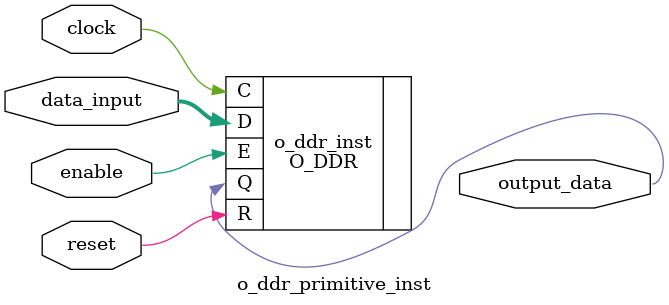
<source format=v>
module o_ddr_primitive_inst (
  input [1:0] data_input,       // Data input (connect to your input signal)
  input reset,            // Active-low asynchronous reset
  input enable,           // Active-high enable
  input clock,            // Clock input
  output reg output_data // Data output
);

  // Instantiate the I_DDR module
  O_DDR o_ddr_inst (
    .D(data_input),
    .R(reset),
    .E(enable),
    .C(clock),
    .Q(output_data)
  );


endmodule
</source>
